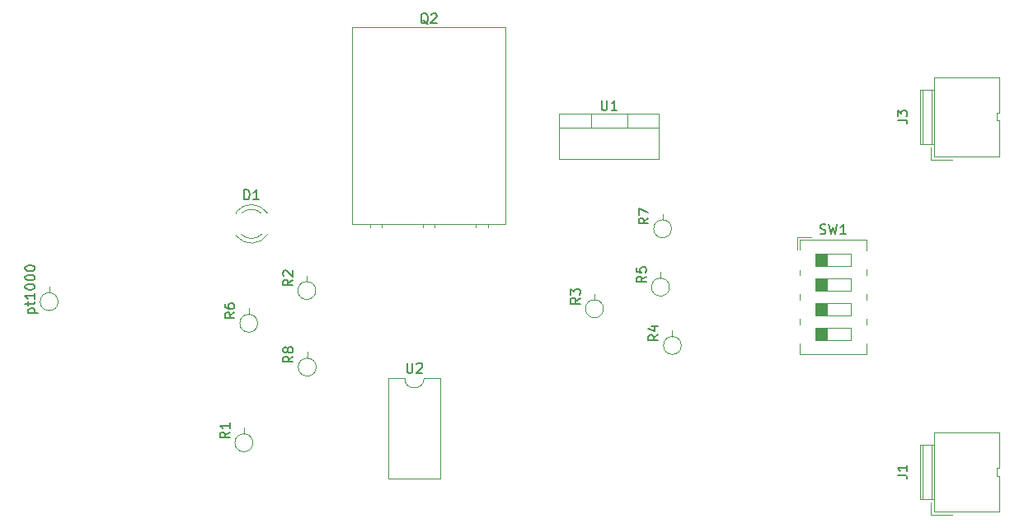
<source format=gbr>
%TF.GenerationSoftware,KiCad,Pcbnew,9.0.2-9.0.2-0~ubuntu24.04.1*%
%TF.CreationDate,2025-10-22T08:36:29+03:00*%
%TF.ProjectId,atlas-test-task,61746c61-732d-4746-9573-742d7461736b,rev?*%
%TF.SameCoordinates,Original*%
%TF.FileFunction,Legend,Top*%
%TF.FilePolarity,Positive*%
%FSLAX46Y46*%
G04 Gerber Fmt 4.6, Leading zero omitted, Abs format (unit mm)*
G04 Created by KiCad (PCBNEW 9.0.2-9.0.2-0~ubuntu24.04.1) date 2025-10-22 08:36:29*
%MOMM*%
%LPD*%
G01*
G04 APERTURE LIST*
%ADD10C,0.150000*%
%ADD11C,0.120000*%
G04 APERTURE END LIST*
D10*
X88994819Y-94746666D02*
X88518628Y-95079999D01*
X88994819Y-95318094D02*
X87994819Y-95318094D01*
X87994819Y-95318094D02*
X87994819Y-94937142D01*
X87994819Y-94937142D02*
X88042438Y-94841904D01*
X88042438Y-94841904D02*
X88090057Y-94794285D01*
X88090057Y-94794285D02*
X88185295Y-94746666D01*
X88185295Y-94746666D02*
X88328152Y-94746666D01*
X88328152Y-94746666D02*
X88423390Y-94794285D01*
X88423390Y-94794285D02*
X88471009Y-94841904D01*
X88471009Y-94841904D02*
X88518628Y-94937142D01*
X88518628Y-94937142D02*
X88518628Y-95318094D01*
X88090057Y-94365713D02*
X88042438Y-94318094D01*
X88042438Y-94318094D02*
X87994819Y-94222856D01*
X87994819Y-94222856D02*
X87994819Y-93984761D01*
X87994819Y-93984761D02*
X88042438Y-93889523D01*
X88042438Y-93889523D02*
X88090057Y-93841904D01*
X88090057Y-93841904D02*
X88185295Y-93794285D01*
X88185295Y-93794285D02*
X88280533Y-93794285D01*
X88280533Y-93794285D02*
X88423390Y-93841904D01*
X88423390Y-93841904D02*
X88994819Y-94413332D01*
X88994819Y-94413332D02*
X88994819Y-93794285D01*
X118534819Y-96616666D02*
X118058628Y-96949999D01*
X118534819Y-97188094D02*
X117534819Y-97188094D01*
X117534819Y-97188094D02*
X117534819Y-96807142D01*
X117534819Y-96807142D02*
X117582438Y-96711904D01*
X117582438Y-96711904D02*
X117630057Y-96664285D01*
X117630057Y-96664285D02*
X117725295Y-96616666D01*
X117725295Y-96616666D02*
X117868152Y-96616666D01*
X117868152Y-96616666D02*
X117963390Y-96664285D01*
X117963390Y-96664285D02*
X118011009Y-96711904D01*
X118011009Y-96711904D02*
X118058628Y-96807142D01*
X118058628Y-96807142D02*
X118058628Y-97188094D01*
X117534819Y-96283332D02*
X117534819Y-95664285D01*
X117534819Y-95664285D02*
X117915771Y-95997618D01*
X117915771Y-95997618D02*
X117915771Y-95854761D01*
X117915771Y-95854761D02*
X117963390Y-95759523D01*
X117963390Y-95759523D02*
X118011009Y-95711904D01*
X118011009Y-95711904D02*
X118106247Y-95664285D01*
X118106247Y-95664285D02*
X118344342Y-95664285D01*
X118344342Y-95664285D02*
X118439580Y-95711904D01*
X118439580Y-95711904D02*
X118487200Y-95759523D01*
X118487200Y-95759523D02*
X118534819Y-95854761D01*
X118534819Y-95854761D02*
X118534819Y-96140475D01*
X118534819Y-96140475D02*
X118487200Y-96235713D01*
X118487200Y-96235713D02*
X118439580Y-96283332D01*
X151124819Y-78330833D02*
X151839104Y-78330833D01*
X151839104Y-78330833D02*
X151981961Y-78378452D01*
X151981961Y-78378452D02*
X152077200Y-78473690D01*
X152077200Y-78473690D02*
X152124819Y-78616547D01*
X152124819Y-78616547D02*
X152124819Y-78711785D01*
X151124819Y-77949880D02*
X151124819Y-77330833D01*
X151124819Y-77330833D02*
X151505771Y-77664166D01*
X151505771Y-77664166D02*
X151505771Y-77521309D01*
X151505771Y-77521309D02*
X151553390Y-77426071D01*
X151553390Y-77426071D02*
X151601009Y-77378452D01*
X151601009Y-77378452D02*
X151696247Y-77330833D01*
X151696247Y-77330833D02*
X151934342Y-77330833D01*
X151934342Y-77330833D02*
X152029580Y-77378452D01*
X152029580Y-77378452D02*
X152077200Y-77426071D01*
X152077200Y-77426071D02*
X152124819Y-77521309D01*
X152124819Y-77521309D02*
X152124819Y-77807023D01*
X152124819Y-77807023D02*
X152077200Y-77902261D01*
X152077200Y-77902261D02*
X152029580Y-77949880D01*
X89034819Y-102616666D02*
X88558628Y-102949999D01*
X89034819Y-103188094D02*
X88034819Y-103188094D01*
X88034819Y-103188094D02*
X88034819Y-102807142D01*
X88034819Y-102807142D02*
X88082438Y-102711904D01*
X88082438Y-102711904D02*
X88130057Y-102664285D01*
X88130057Y-102664285D02*
X88225295Y-102616666D01*
X88225295Y-102616666D02*
X88368152Y-102616666D01*
X88368152Y-102616666D02*
X88463390Y-102664285D01*
X88463390Y-102664285D02*
X88511009Y-102711904D01*
X88511009Y-102711904D02*
X88558628Y-102807142D01*
X88558628Y-102807142D02*
X88558628Y-103188094D01*
X88463390Y-102045237D02*
X88415771Y-102140475D01*
X88415771Y-102140475D02*
X88368152Y-102188094D01*
X88368152Y-102188094D02*
X88272914Y-102235713D01*
X88272914Y-102235713D02*
X88225295Y-102235713D01*
X88225295Y-102235713D02*
X88130057Y-102188094D01*
X88130057Y-102188094D02*
X88082438Y-102140475D01*
X88082438Y-102140475D02*
X88034819Y-102045237D01*
X88034819Y-102045237D02*
X88034819Y-101854761D01*
X88034819Y-101854761D02*
X88082438Y-101759523D01*
X88082438Y-101759523D02*
X88130057Y-101711904D01*
X88130057Y-101711904D02*
X88225295Y-101664285D01*
X88225295Y-101664285D02*
X88272914Y-101664285D01*
X88272914Y-101664285D02*
X88368152Y-101711904D01*
X88368152Y-101711904D02*
X88415771Y-101759523D01*
X88415771Y-101759523D02*
X88463390Y-101854761D01*
X88463390Y-101854761D02*
X88463390Y-102045237D01*
X88463390Y-102045237D02*
X88511009Y-102140475D01*
X88511009Y-102140475D02*
X88558628Y-102188094D01*
X88558628Y-102188094D02*
X88653866Y-102235713D01*
X88653866Y-102235713D02*
X88844342Y-102235713D01*
X88844342Y-102235713D02*
X88939580Y-102188094D01*
X88939580Y-102188094D02*
X88987200Y-102140475D01*
X88987200Y-102140475D02*
X89034819Y-102045237D01*
X89034819Y-102045237D02*
X89034819Y-101854761D01*
X89034819Y-101854761D02*
X88987200Y-101759523D01*
X88987200Y-101759523D02*
X88939580Y-101711904D01*
X88939580Y-101711904D02*
X88844342Y-101664285D01*
X88844342Y-101664285D02*
X88653866Y-101664285D01*
X88653866Y-101664285D02*
X88558628Y-101711904D01*
X88558628Y-101711904D02*
X88511009Y-101759523D01*
X88511009Y-101759523D02*
X88463390Y-101854761D01*
X125314819Y-94396666D02*
X124838628Y-94729999D01*
X125314819Y-94968094D02*
X124314819Y-94968094D01*
X124314819Y-94968094D02*
X124314819Y-94587142D01*
X124314819Y-94587142D02*
X124362438Y-94491904D01*
X124362438Y-94491904D02*
X124410057Y-94444285D01*
X124410057Y-94444285D02*
X124505295Y-94396666D01*
X124505295Y-94396666D02*
X124648152Y-94396666D01*
X124648152Y-94396666D02*
X124743390Y-94444285D01*
X124743390Y-94444285D02*
X124791009Y-94491904D01*
X124791009Y-94491904D02*
X124838628Y-94587142D01*
X124838628Y-94587142D02*
X124838628Y-94968094D01*
X124314819Y-93491904D02*
X124314819Y-93968094D01*
X124314819Y-93968094D02*
X124791009Y-94015713D01*
X124791009Y-94015713D02*
X124743390Y-93968094D01*
X124743390Y-93968094D02*
X124695771Y-93872856D01*
X124695771Y-93872856D02*
X124695771Y-93634761D01*
X124695771Y-93634761D02*
X124743390Y-93539523D01*
X124743390Y-93539523D02*
X124791009Y-93491904D01*
X124791009Y-93491904D02*
X124886247Y-93444285D01*
X124886247Y-93444285D02*
X125124342Y-93444285D01*
X125124342Y-93444285D02*
X125219580Y-93491904D01*
X125219580Y-93491904D02*
X125267200Y-93539523D01*
X125267200Y-93539523D02*
X125314819Y-93634761D01*
X125314819Y-93634761D02*
X125314819Y-93872856D01*
X125314819Y-93872856D02*
X125267200Y-93968094D01*
X125267200Y-93968094D02*
X125219580Y-94015713D01*
X125534819Y-88396666D02*
X125058628Y-88729999D01*
X125534819Y-88968094D02*
X124534819Y-88968094D01*
X124534819Y-88968094D02*
X124534819Y-88587142D01*
X124534819Y-88587142D02*
X124582438Y-88491904D01*
X124582438Y-88491904D02*
X124630057Y-88444285D01*
X124630057Y-88444285D02*
X124725295Y-88396666D01*
X124725295Y-88396666D02*
X124868152Y-88396666D01*
X124868152Y-88396666D02*
X124963390Y-88444285D01*
X124963390Y-88444285D02*
X125011009Y-88491904D01*
X125011009Y-88491904D02*
X125058628Y-88587142D01*
X125058628Y-88587142D02*
X125058628Y-88968094D01*
X124534819Y-88063332D02*
X124534819Y-87396666D01*
X124534819Y-87396666D02*
X125534819Y-87825237D01*
X102904761Y-68475057D02*
X102809523Y-68427438D01*
X102809523Y-68427438D02*
X102714285Y-68332200D01*
X102714285Y-68332200D02*
X102571428Y-68189342D01*
X102571428Y-68189342D02*
X102476190Y-68141723D01*
X102476190Y-68141723D02*
X102380952Y-68141723D01*
X102428571Y-68379819D02*
X102333333Y-68332200D01*
X102333333Y-68332200D02*
X102238095Y-68236961D01*
X102238095Y-68236961D02*
X102190476Y-68046485D01*
X102190476Y-68046485D02*
X102190476Y-67713152D01*
X102190476Y-67713152D02*
X102238095Y-67522676D01*
X102238095Y-67522676D02*
X102333333Y-67427438D01*
X102333333Y-67427438D02*
X102428571Y-67379819D01*
X102428571Y-67379819D02*
X102619047Y-67379819D01*
X102619047Y-67379819D02*
X102714285Y-67427438D01*
X102714285Y-67427438D02*
X102809523Y-67522676D01*
X102809523Y-67522676D02*
X102857142Y-67713152D01*
X102857142Y-67713152D02*
X102857142Y-68046485D01*
X102857142Y-68046485D02*
X102809523Y-68236961D01*
X102809523Y-68236961D02*
X102714285Y-68332200D01*
X102714285Y-68332200D02*
X102619047Y-68379819D01*
X102619047Y-68379819D02*
X102428571Y-68379819D01*
X103238095Y-67475057D02*
X103285714Y-67427438D01*
X103285714Y-67427438D02*
X103380952Y-67379819D01*
X103380952Y-67379819D02*
X103619047Y-67379819D01*
X103619047Y-67379819D02*
X103714285Y-67427438D01*
X103714285Y-67427438D02*
X103761904Y-67475057D01*
X103761904Y-67475057D02*
X103809523Y-67570295D01*
X103809523Y-67570295D02*
X103809523Y-67665533D01*
X103809523Y-67665533D02*
X103761904Y-67808390D01*
X103761904Y-67808390D02*
X103190476Y-68379819D01*
X103190476Y-68379819D02*
X103809523Y-68379819D01*
X83034819Y-98116666D02*
X82558628Y-98449999D01*
X83034819Y-98688094D02*
X82034819Y-98688094D01*
X82034819Y-98688094D02*
X82034819Y-98307142D01*
X82034819Y-98307142D02*
X82082438Y-98211904D01*
X82082438Y-98211904D02*
X82130057Y-98164285D01*
X82130057Y-98164285D02*
X82225295Y-98116666D01*
X82225295Y-98116666D02*
X82368152Y-98116666D01*
X82368152Y-98116666D02*
X82463390Y-98164285D01*
X82463390Y-98164285D02*
X82511009Y-98211904D01*
X82511009Y-98211904D02*
X82558628Y-98307142D01*
X82558628Y-98307142D02*
X82558628Y-98688094D01*
X82034819Y-97259523D02*
X82034819Y-97449999D01*
X82034819Y-97449999D02*
X82082438Y-97545237D01*
X82082438Y-97545237D02*
X82130057Y-97592856D01*
X82130057Y-97592856D02*
X82272914Y-97688094D01*
X82272914Y-97688094D02*
X82463390Y-97735713D01*
X82463390Y-97735713D02*
X82844342Y-97735713D01*
X82844342Y-97735713D02*
X82939580Y-97688094D01*
X82939580Y-97688094D02*
X82987200Y-97640475D01*
X82987200Y-97640475D02*
X83034819Y-97545237D01*
X83034819Y-97545237D02*
X83034819Y-97354761D01*
X83034819Y-97354761D02*
X82987200Y-97259523D01*
X82987200Y-97259523D02*
X82939580Y-97211904D01*
X82939580Y-97211904D02*
X82844342Y-97164285D01*
X82844342Y-97164285D02*
X82606247Y-97164285D01*
X82606247Y-97164285D02*
X82511009Y-97211904D01*
X82511009Y-97211904D02*
X82463390Y-97259523D01*
X82463390Y-97259523D02*
X82415771Y-97354761D01*
X82415771Y-97354761D02*
X82415771Y-97545237D01*
X82415771Y-97545237D02*
X82463390Y-97640475D01*
X82463390Y-97640475D02*
X82511009Y-97688094D01*
X82511009Y-97688094D02*
X82606247Y-97735713D01*
X61868152Y-98134761D02*
X62868152Y-98134761D01*
X61915771Y-98134761D02*
X61868152Y-98039523D01*
X61868152Y-98039523D02*
X61868152Y-97849047D01*
X61868152Y-97849047D02*
X61915771Y-97753809D01*
X61915771Y-97753809D02*
X61963390Y-97706190D01*
X61963390Y-97706190D02*
X62058628Y-97658571D01*
X62058628Y-97658571D02*
X62344342Y-97658571D01*
X62344342Y-97658571D02*
X62439580Y-97706190D01*
X62439580Y-97706190D02*
X62487200Y-97753809D01*
X62487200Y-97753809D02*
X62534819Y-97849047D01*
X62534819Y-97849047D02*
X62534819Y-98039523D01*
X62534819Y-98039523D02*
X62487200Y-98134761D01*
X61868152Y-97372856D02*
X61868152Y-96991904D01*
X61534819Y-97229999D02*
X62391961Y-97229999D01*
X62391961Y-97229999D02*
X62487200Y-97182380D01*
X62487200Y-97182380D02*
X62534819Y-97087142D01*
X62534819Y-97087142D02*
X62534819Y-96991904D01*
X62534819Y-96134761D02*
X62534819Y-96706189D01*
X62534819Y-96420475D02*
X61534819Y-96420475D01*
X61534819Y-96420475D02*
X61677676Y-96515713D01*
X61677676Y-96515713D02*
X61772914Y-96610951D01*
X61772914Y-96610951D02*
X61820533Y-96706189D01*
X61534819Y-95515713D02*
X61534819Y-95420475D01*
X61534819Y-95420475D02*
X61582438Y-95325237D01*
X61582438Y-95325237D02*
X61630057Y-95277618D01*
X61630057Y-95277618D02*
X61725295Y-95229999D01*
X61725295Y-95229999D02*
X61915771Y-95182380D01*
X61915771Y-95182380D02*
X62153866Y-95182380D01*
X62153866Y-95182380D02*
X62344342Y-95229999D01*
X62344342Y-95229999D02*
X62439580Y-95277618D01*
X62439580Y-95277618D02*
X62487200Y-95325237D01*
X62487200Y-95325237D02*
X62534819Y-95420475D01*
X62534819Y-95420475D02*
X62534819Y-95515713D01*
X62534819Y-95515713D02*
X62487200Y-95610951D01*
X62487200Y-95610951D02*
X62439580Y-95658570D01*
X62439580Y-95658570D02*
X62344342Y-95706189D01*
X62344342Y-95706189D02*
X62153866Y-95753808D01*
X62153866Y-95753808D02*
X61915771Y-95753808D01*
X61915771Y-95753808D02*
X61725295Y-95706189D01*
X61725295Y-95706189D02*
X61630057Y-95658570D01*
X61630057Y-95658570D02*
X61582438Y-95610951D01*
X61582438Y-95610951D02*
X61534819Y-95515713D01*
X61534819Y-94563332D02*
X61534819Y-94468094D01*
X61534819Y-94468094D02*
X61582438Y-94372856D01*
X61582438Y-94372856D02*
X61630057Y-94325237D01*
X61630057Y-94325237D02*
X61725295Y-94277618D01*
X61725295Y-94277618D02*
X61915771Y-94229999D01*
X61915771Y-94229999D02*
X62153866Y-94229999D01*
X62153866Y-94229999D02*
X62344342Y-94277618D01*
X62344342Y-94277618D02*
X62439580Y-94325237D01*
X62439580Y-94325237D02*
X62487200Y-94372856D01*
X62487200Y-94372856D02*
X62534819Y-94468094D01*
X62534819Y-94468094D02*
X62534819Y-94563332D01*
X62534819Y-94563332D02*
X62487200Y-94658570D01*
X62487200Y-94658570D02*
X62439580Y-94706189D01*
X62439580Y-94706189D02*
X62344342Y-94753808D01*
X62344342Y-94753808D02*
X62153866Y-94801427D01*
X62153866Y-94801427D02*
X61915771Y-94801427D01*
X61915771Y-94801427D02*
X61725295Y-94753808D01*
X61725295Y-94753808D02*
X61630057Y-94706189D01*
X61630057Y-94706189D02*
X61582438Y-94658570D01*
X61582438Y-94658570D02*
X61534819Y-94563332D01*
X61534819Y-93610951D02*
X61534819Y-93515713D01*
X61534819Y-93515713D02*
X61582438Y-93420475D01*
X61582438Y-93420475D02*
X61630057Y-93372856D01*
X61630057Y-93372856D02*
X61725295Y-93325237D01*
X61725295Y-93325237D02*
X61915771Y-93277618D01*
X61915771Y-93277618D02*
X62153866Y-93277618D01*
X62153866Y-93277618D02*
X62344342Y-93325237D01*
X62344342Y-93325237D02*
X62439580Y-93372856D01*
X62439580Y-93372856D02*
X62487200Y-93420475D01*
X62487200Y-93420475D02*
X62534819Y-93515713D01*
X62534819Y-93515713D02*
X62534819Y-93610951D01*
X62534819Y-93610951D02*
X62487200Y-93706189D01*
X62487200Y-93706189D02*
X62439580Y-93753808D01*
X62439580Y-93753808D02*
X62344342Y-93801427D01*
X62344342Y-93801427D02*
X62153866Y-93849046D01*
X62153866Y-93849046D02*
X61915771Y-93849046D01*
X61915771Y-93849046D02*
X61725295Y-93801427D01*
X61725295Y-93801427D02*
X61630057Y-93753808D01*
X61630057Y-93753808D02*
X61582438Y-93706189D01*
X61582438Y-93706189D02*
X61534819Y-93610951D01*
X143171667Y-89999700D02*
X143314524Y-90047319D01*
X143314524Y-90047319D02*
X143552619Y-90047319D01*
X143552619Y-90047319D02*
X143647857Y-89999700D01*
X143647857Y-89999700D02*
X143695476Y-89952080D01*
X143695476Y-89952080D02*
X143743095Y-89856842D01*
X143743095Y-89856842D02*
X143743095Y-89761604D01*
X143743095Y-89761604D02*
X143695476Y-89666366D01*
X143695476Y-89666366D02*
X143647857Y-89618747D01*
X143647857Y-89618747D02*
X143552619Y-89571128D01*
X143552619Y-89571128D02*
X143362143Y-89523509D01*
X143362143Y-89523509D02*
X143266905Y-89475890D01*
X143266905Y-89475890D02*
X143219286Y-89428271D01*
X143219286Y-89428271D02*
X143171667Y-89333033D01*
X143171667Y-89333033D02*
X143171667Y-89237795D01*
X143171667Y-89237795D02*
X143219286Y-89142557D01*
X143219286Y-89142557D02*
X143266905Y-89094938D01*
X143266905Y-89094938D02*
X143362143Y-89047319D01*
X143362143Y-89047319D02*
X143600238Y-89047319D01*
X143600238Y-89047319D02*
X143743095Y-89094938D01*
X144076429Y-89047319D02*
X144314524Y-90047319D01*
X144314524Y-90047319D02*
X144505000Y-89333033D01*
X144505000Y-89333033D02*
X144695476Y-90047319D01*
X144695476Y-90047319D02*
X144933572Y-89047319D01*
X145838333Y-90047319D02*
X145266905Y-90047319D01*
X145552619Y-90047319D02*
X145552619Y-89047319D01*
X145552619Y-89047319D02*
X145457381Y-89190176D01*
X145457381Y-89190176D02*
X145362143Y-89285414D01*
X145362143Y-89285414D02*
X145266905Y-89333033D01*
X82534819Y-110396666D02*
X82058628Y-110729999D01*
X82534819Y-110968094D02*
X81534819Y-110968094D01*
X81534819Y-110968094D02*
X81534819Y-110587142D01*
X81534819Y-110587142D02*
X81582438Y-110491904D01*
X81582438Y-110491904D02*
X81630057Y-110444285D01*
X81630057Y-110444285D02*
X81725295Y-110396666D01*
X81725295Y-110396666D02*
X81868152Y-110396666D01*
X81868152Y-110396666D02*
X81963390Y-110444285D01*
X81963390Y-110444285D02*
X82011009Y-110491904D01*
X82011009Y-110491904D02*
X82058628Y-110587142D01*
X82058628Y-110587142D02*
X82058628Y-110968094D01*
X82534819Y-109444285D02*
X82534819Y-110015713D01*
X82534819Y-109729999D02*
X81534819Y-109729999D01*
X81534819Y-109729999D02*
X81677676Y-109825237D01*
X81677676Y-109825237D02*
X81772914Y-109920475D01*
X81772914Y-109920475D02*
X81820533Y-110015713D01*
X100743095Y-103314819D02*
X100743095Y-104124342D01*
X100743095Y-104124342D02*
X100790714Y-104219580D01*
X100790714Y-104219580D02*
X100838333Y-104267200D01*
X100838333Y-104267200D02*
X100933571Y-104314819D01*
X100933571Y-104314819D02*
X101124047Y-104314819D01*
X101124047Y-104314819D02*
X101219285Y-104267200D01*
X101219285Y-104267200D02*
X101266904Y-104219580D01*
X101266904Y-104219580D02*
X101314523Y-104124342D01*
X101314523Y-104124342D02*
X101314523Y-103314819D01*
X101743095Y-103410057D02*
X101790714Y-103362438D01*
X101790714Y-103362438D02*
X101885952Y-103314819D01*
X101885952Y-103314819D02*
X102124047Y-103314819D01*
X102124047Y-103314819D02*
X102219285Y-103362438D01*
X102219285Y-103362438D02*
X102266904Y-103410057D01*
X102266904Y-103410057D02*
X102314523Y-103505295D01*
X102314523Y-103505295D02*
X102314523Y-103600533D01*
X102314523Y-103600533D02*
X102266904Y-103743390D01*
X102266904Y-103743390D02*
X101695476Y-104314819D01*
X101695476Y-104314819D02*
X102314523Y-104314819D01*
X151124819Y-114830833D02*
X151839104Y-114830833D01*
X151839104Y-114830833D02*
X151981961Y-114878452D01*
X151981961Y-114878452D02*
X152077200Y-114973690D01*
X152077200Y-114973690D02*
X152124819Y-115116547D01*
X152124819Y-115116547D02*
X152124819Y-115211785D01*
X152124819Y-113830833D02*
X152124819Y-114402261D01*
X152124819Y-114116547D02*
X151124819Y-114116547D01*
X151124819Y-114116547D02*
X151267676Y-114211785D01*
X151267676Y-114211785D02*
X151362914Y-114307023D01*
X151362914Y-114307023D02*
X151410533Y-114402261D01*
X120738095Y-76304819D02*
X120738095Y-77114342D01*
X120738095Y-77114342D02*
X120785714Y-77209580D01*
X120785714Y-77209580D02*
X120833333Y-77257200D01*
X120833333Y-77257200D02*
X120928571Y-77304819D01*
X120928571Y-77304819D02*
X121119047Y-77304819D01*
X121119047Y-77304819D02*
X121214285Y-77257200D01*
X121214285Y-77257200D02*
X121261904Y-77209580D01*
X121261904Y-77209580D02*
X121309523Y-77114342D01*
X121309523Y-77114342D02*
X121309523Y-76304819D01*
X122309523Y-77304819D02*
X121738095Y-77304819D01*
X122023809Y-77304819D02*
X122023809Y-76304819D01*
X122023809Y-76304819D02*
X121928571Y-76447676D01*
X121928571Y-76447676D02*
X121833333Y-76542914D01*
X121833333Y-76542914D02*
X121738095Y-76590533D01*
X84031905Y-86494819D02*
X84031905Y-85494819D01*
X84031905Y-85494819D02*
X84270000Y-85494819D01*
X84270000Y-85494819D02*
X84412857Y-85542438D01*
X84412857Y-85542438D02*
X84508095Y-85637676D01*
X84508095Y-85637676D02*
X84555714Y-85732914D01*
X84555714Y-85732914D02*
X84603333Y-85923390D01*
X84603333Y-85923390D02*
X84603333Y-86066247D01*
X84603333Y-86066247D02*
X84555714Y-86256723D01*
X84555714Y-86256723D02*
X84508095Y-86351961D01*
X84508095Y-86351961D02*
X84412857Y-86447200D01*
X84412857Y-86447200D02*
X84270000Y-86494819D01*
X84270000Y-86494819D02*
X84031905Y-86494819D01*
X85555714Y-86494819D02*
X84984286Y-86494819D01*
X85270000Y-86494819D02*
X85270000Y-85494819D01*
X85270000Y-85494819D02*
X85174762Y-85637676D01*
X85174762Y-85637676D02*
X85079524Y-85732914D01*
X85079524Y-85732914D02*
X84984286Y-85780533D01*
X126534819Y-100396666D02*
X126058628Y-100729999D01*
X126534819Y-100968094D02*
X125534819Y-100968094D01*
X125534819Y-100968094D02*
X125534819Y-100587142D01*
X125534819Y-100587142D02*
X125582438Y-100491904D01*
X125582438Y-100491904D02*
X125630057Y-100444285D01*
X125630057Y-100444285D02*
X125725295Y-100396666D01*
X125725295Y-100396666D02*
X125868152Y-100396666D01*
X125868152Y-100396666D02*
X125963390Y-100444285D01*
X125963390Y-100444285D02*
X126011009Y-100491904D01*
X126011009Y-100491904D02*
X126058628Y-100587142D01*
X126058628Y-100587142D02*
X126058628Y-100968094D01*
X125868152Y-99539523D02*
X126534819Y-99539523D01*
X125487200Y-99777618D02*
X126201485Y-100015713D01*
X126201485Y-100015713D02*
X126201485Y-99396666D01*
D11*
%TO.C,R2*%
X90460000Y-94930000D02*
X90460000Y-94310000D01*
X91380000Y-95850000D02*
G75*
G02*
X89540000Y-95850000I-920000J0D01*
G01*
X89540000Y-95850000D02*
G75*
G02*
X91380000Y-95850000I920000J0D01*
G01*
%TO.C,R3*%
X120000000Y-96800000D02*
X120000000Y-96180000D01*
X120920000Y-97720000D02*
G75*
G02*
X119080000Y-97720000I-920000J0D01*
G01*
X119080000Y-97720000D02*
G75*
G02*
X120920000Y-97720000I920000J0D01*
G01*
%TO.C,J3*%
X153450000Y-80797500D02*
X153450000Y-75207500D01*
X153700000Y-80797500D02*
X153700000Y-75207500D01*
X154550000Y-81107500D02*
X154550000Y-82407500D01*
X154550000Y-82407500D02*
X156750000Y-82407500D01*
X154590000Y-80797500D02*
X154590000Y-75207500D01*
X154840000Y-73937500D02*
X156750000Y-73937500D01*
X154840000Y-75207500D02*
X153450000Y-75207500D01*
X154840000Y-80797500D02*
X153450000Y-80797500D01*
X154840000Y-82067500D02*
X154840000Y-73937500D01*
X154840000Y-82067500D02*
X156750000Y-82067500D01*
X156750000Y-82067500D02*
X161580000Y-82067500D01*
X161320000Y-77617500D02*
X161580000Y-77617500D01*
X161320000Y-78387500D02*
X161320000Y-77617500D01*
X161580000Y-73937500D02*
X156750000Y-73937500D01*
X161580000Y-77617500D02*
X161580000Y-73937500D01*
X161580000Y-78387500D02*
X161320000Y-78387500D01*
X161580000Y-78387500D02*
X161580000Y-82067500D01*
%TO.C,R8*%
X90500000Y-102800000D02*
X90500000Y-102180000D01*
X91420000Y-103720000D02*
G75*
G02*
X89580000Y-103720000I-920000J0D01*
G01*
X89580000Y-103720000D02*
G75*
G02*
X91420000Y-103720000I920000J0D01*
G01*
%TO.C,R5*%
X126780000Y-94580000D02*
X126780000Y-93960000D01*
X127700000Y-95500000D02*
G75*
G02*
X125860000Y-95500000I-920000J0D01*
G01*
X125860000Y-95500000D02*
G75*
G02*
X127700000Y-95500000I920000J0D01*
G01*
%TO.C,R7*%
X127000000Y-88580000D02*
X127000000Y-87960000D01*
X127920000Y-89500000D02*
G75*
G02*
X126080000Y-89500000I-920000J0D01*
G01*
X126080000Y-89500000D02*
G75*
G02*
X127920000Y-89500000I920000J0D01*
G01*
%TO.C,Q2*%
X95140000Y-68765000D02*
X110860000Y-68765000D01*
X95140000Y-88985000D02*
X95140000Y-68765000D01*
X95140000Y-88985000D02*
X110860000Y-88985000D01*
X96940000Y-88985000D02*
X96940000Y-89365000D01*
X98160000Y-88985000D02*
X98160000Y-89365000D01*
X102390000Y-88985000D02*
X102390000Y-89365000D01*
X103610000Y-88985000D02*
X103610000Y-89365000D01*
X107840000Y-88985000D02*
X107840000Y-89365000D01*
X109060000Y-88985000D02*
X109060000Y-89365000D01*
X110860000Y-88985000D02*
X110860000Y-68765000D01*
%TO.C,R6*%
X84500000Y-98300000D02*
X84500000Y-97680000D01*
X85420000Y-99220000D02*
G75*
G02*
X83580000Y-99220000I-920000J0D01*
G01*
X83580000Y-99220000D02*
G75*
G02*
X85420000Y-99220000I920000J0D01*
G01*
%TO.C,pt1000*%
X64000000Y-96080000D02*
X64000000Y-95460000D01*
X64920000Y-97000000D02*
G75*
G02*
X63080000Y-97000000I-920000J0D01*
G01*
X63080000Y-97000000D02*
G75*
G02*
X64920000Y-97000000I920000J0D01*
G01*
%TO.C,SW1*%
X140855000Y-90352500D02*
X140855000Y-91662500D01*
X140855000Y-90352500D02*
X142238000Y-90352500D01*
X141095000Y-90592500D02*
X141095000Y-91662500D01*
X141095000Y-90592500D02*
X147915000Y-90592500D01*
X141095000Y-93742500D02*
X141095000Y-94282500D01*
X141095000Y-96202500D02*
X141095000Y-96822500D01*
X141095000Y-98742500D02*
X141095000Y-99362500D01*
X141095000Y-101282500D02*
X141095000Y-102432500D01*
X141095000Y-102432500D02*
X147915000Y-102432500D01*
X143901667Y-92067500D02*
X143901667Y-93337500D01*
X143901667Y-94607500D02*
X143901667Y-95877500D01*
X143901667Y-97147500D02*
X143901667Y-98417500D01*
X143901667Y-99687500D02*
X143901667Y-100957500D01*
X147915000Y-90592500D02*
X147915000Y-91742500D01*
X147915000Y-93662500D02*
X147915000Y-94282500D01*
X147915000Y-96202500D02*
X147915000Y-96822500D01*
X147915000Y-98742500D02*
X147915000Y-99362500D01*
X147915000Y-101282500D02*
X147915000Y-102432500D01*
X142695000Y-92067500D02*
X143901667Y-92067500D01*
X143901667Y-93337500D01*
X142695000Y-93337500D01*
X142695000Y-92067500D01*
G36*
X142695000Y-92067500D02*
G01*
X143901667Y-92067500D01*
X143901667Y-93337500D01*
X142695000Y-93337500D01*
X142695000Y-92067500D01*
G37*
X142695000Y-92067500D02*
X146315000Y-92067500D01*
X146315000Y-93337500D01*
X142695000Y-93337500D01*
X142695000Y-92067500D01*
X142695000Y-94607500D02*
X143901667Y-94607500D01*
X143901667Y-95877500D01*
X142695000Y-95877500D01*
X142695000Y-94607500D01*
G36*
X142695000Y-94607500D02*
G01*
X143901667Y-94607500D01*
X143901667Y-95877500D01*
X142695000Y-95877500D01*
X142695000Y-94607500D01*
G37*
X142695000Y-94607500D02*
X146315000Y-94607500D01*
X146315000Y-95877500D01*
X142695000Y-95877500D01*
X142695000Y-94607500D01*
X142695000Y-97147500D02*
X143901667Y-97147500D01*
X143901667Y-98417500D01*
X142695000Y-98417500D01*
X142695000Y-97147500D01*
G36*
X142695000Y-97147500D02*
G01*
X143901667Y-97147500D01*
X143901667Y-98417500D01*
X142695000Y-98417500D01*
X142695000Y-97147500D01*
G37*
X142695000Y-97147500D02*
X146315000Y-97147500D01*
X146315000Y-98417500D01*
X142695000Y-98417500D01*
X142695000Y-97147500D01*
X142695000Y-99687500D02*
X143901667Y-99687500D01*
X143901667Y-100957500D01*
X142695000Y-100957500D01*
X142695000Y-99687500D01*
G36*
X142695000Y-99687500D02*
G01*
X143901667Y-99687500D01*
X143901667Y-100957500D01*
X142695000Y-100957500D01*
X142695000Y-99687500D01*
G37*
X142695000Y-99687500D02*
X146315000Y-99687500D01*
X146315000Y-100957500D01*
X142695000Y-100957500D01*
X142695000Y-99687500D01*
%TO.C,R1*%
X84000000Y-110580000D02*
X84000000Y-109960000D01*
X84920000Y-111500000D02*
G75*
G02*
X83080000Y-111500000I-920000J0D01*
G01*
X83080000Y-111500000D02*
G75*
G02*
X84920000Y-111500000I920000J0D01*
G01*
%TO.C,U2*%
X98855000Y-104860000D02*
X98855000Y-115140000D01*
X98855000Y-115140000D02*
X104155000Y-115140000D01*
X100505000Y-104860000D02*
X98855000Y-104860000D01*
X104155000Y-104860000D02*
X102505000Y-104860000D01*
X104155000Y-115140000D02*
X104155000Y-104860000D01*
X102505000Y-104860000D02*
G75*
G02*
X100505000Y-104860000I-1000000J0D01*
G01*
%TO.C,J1*%
X153450000Y-117297500D02*
X153450000Y-111707500D01*
X153700000Y-117297500D02*
X153700000Y-111707500D01*
X154550000Y-117607500D02*
X154550000Y-118907500D01*
X154550000Y-118907500D02*
X156750000Y-118907500D01*
X154590000Y-117297500D02*
X154590000Y-111707500D01*
X154840000Y-110437500D02*
X156750000Y-110437500D01*
X154840000Y-111707500D02*
X153450000Y-111707500D01*
X154840000Y-117297500D02*
X153450000Y-117297500D01*
X154840000Y-118567500D02*
X154840000Y-110437500D01*
X154840000Y-118567500D02*
X156750000Y-118567500D01*
X156750000Y-118567500D02*
X161580000Y-118567500D01*
X161320000Y-114117500D02*
X161580000Y-114117500D01*
X161320000Y-114887500D02*
X161320000Y-114117500D01*
X161580000Y-110437500D02*
X156750000Y-110437500D01*
X161580000Y-114117500D02*
X161580000Y-110437500D01*
X161580000Y-114887500D02*
X161320000Y-114887500D01*
X161580000Y-114887500D02*
X161580000Y-118567500D01*
%TO.C,U1*%
X116390000Y-77690000D02*
X116390000Y-82310000D01*
X116390000Y-77690000D02*
X126610000Y-77690000D01*
X116390000Y-79070000D02*
X126610000Y-79070000D01*
X116390000Y-82310000D02*
X126610000Y-82310000D01*
X119650000Y-77690000D02*
X119650000Y-79070000D01*
X123350000Y-77690000D02*
X123350000Y-79070000D01*
X126610000Y-77690000D02*
X126610000Y-82310000D01*
%TO.C,D1*%
X83210000Y-87764000D02*
X83210000Y-87920000D01*
X83210000Y-90080000D02*
X83210000Y-90236000D01*
X83210000Y-87764484D02*
G75*
G02*
X86441437Y-87920000I1560000J-1235516D01*
G01*
X83729039Y-87920000D02*
G75*
G02*
X85810961Y-87920000I1040961J-1080000D01*
G01*
X85810961Y-90080000D02*
G75*
G02*
X83729039Y-90080000I-1040961J1080000D01*
G01*
X86441437Y-90080000D02*
G75*
G02*
X83210000Y-90235516I-1671437J1080000D01*
G01*
%TO.C,R4*%
X128000000Y-100580000D02*
X128000000Y-99960000D01*
X128920000Y-101500000D02*
G75*
G02*
X127080000Y-101500000I-920000J0D01*
G01*
X127080000Y-101500000D02*
G75*
G02*
X128920000Y-101500000I920000J0D01*
G01*
%TD*%
M02*

</source>
